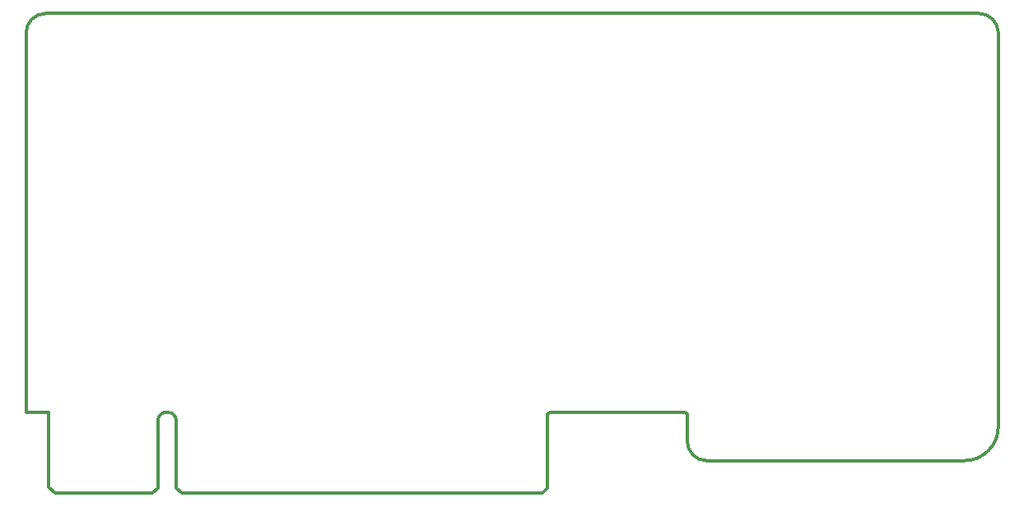
<source format=gbr>
G04 #@! TF.FileFunction,Profile,NP*
%FSLAX46Y46*%
G04 Gerber Fmt 4.6, Leading zero omitted, Abs format (unit mm)*
G04 Created by KiCad (PCBNEW (2016-06-29 BZR 6959, Git 30386bd)-product) date Sat Jul  2 22:02:46 2016*
%MOMM*%
%LPD*%
G01*
G04 APERTURE LIST*
%ADD10C,0.100000*%
%ADD11C,0.350000*%
G04 APERTURE END LIST*
D10*
D11*
X96500000Y-46000000D02*
G75*
G03X100000000Y-42500000I0J3500000D01*
G01*
X67800000Y-41000000D02*
X68000000Y-41200000D01*
X53850000Y-41000000D02*
X53650000Y-41200000D01*
X67800000Y-41000000D02*
X53850000Y-41000000D01*
X68000000Y-44000000D02*
X68000000Y-41200000D01*
X68000000Y-44000000D02*
G75*
G03X70000000Y-46000000I2000000J0D01*
G01*
X2350000Y-41000000D02*
X0Y-41000000D01*
X2000000Y0D02*
G75*
G03X0Y-2000000I0J-2000000D01*
G01*
X100000000Y-2000000D02*
G75*
G03X98000000Y0I-2000000J0D01*
G01*
X15450000Y-41950000D02*
G75*
G03X13550000Y-41950000I-950000J0D01*
G01*
X2950000Y-49350000D02*
X2350000Y-48750000D01*
X13000000Y-49350000D02*
X2950000Y-49350000D01*
X13550000Y-48800000D02*
X13000000Y-49350000D01*
X13550000Y-41950000D02*
X13550000Y-48800000D01*
X15450000Y-48800000D02*
X15450000Y-41950000D01*
X16000000Y-49350000D02*
X15450000Y-48800000D01*
X53100000Y-49350000D02*
X16000000Y-49350000D01*
X53650000Y-48800000D02*
X53100000Y-49350000D01*
X53650000Y-41200000D02*
X53650000Y-48800000D01*
X96500000Y-46000000D02*
X70000000Y-46000000D01*
X100000000Y-2000000D02*
X100000000Y-42500000D01*
X2000000Y0D02*
X98000000Y0D01*
X0Y-41000000D02*
X0Y-2000000D01*
X2350000Y-48750000D02*
X2350000Y-41000000D01*
M02*

</source>
